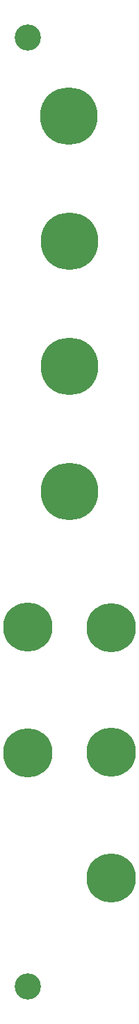
<source format=gbr>
G04 #@! TF.GenerationSoftware,KiCad,Pcbnew,(5.1.9)-1*
G04 #@! TF.CreationDate,2021-04-27T20:32:44-04:00*
G04 #@! TF.ProjectId,4xmixerFace,34786d69-7865-4724-9661-63652e6b6963,rev?*
G04 #@! TF.SameCoordinates,Original*
G04 #@! TF.FileFunction,Soldermask,Top*
G04 #@! TF.FilePolarity,Negative*
%FSLAX46Y46*%
G04 Gerber Fmt 4.6, Leading zero omitted, Abs format (unit mm)*
G04 Created by KiCad (PCBNEW (5.1.9)-1) date 2021-04-27 20:32:44*
%MOMM*%
%LPD*%
G01*
G04 APERTURE LIST*
%ADD10C,3.200000*%
%ADD11C,7.000000*%
%ADD12C,6.000000*%
G04 APERTURE END LIST*
D10*
G04 #@! TO.C,REF\u002A\u002A*
X30480000Y-131445000D03*
G04 #@! TD*
G04 #@! TO.C,REF\u002A\u002A*
X30480000Y-15875000D03*
G04 #@! TD*
D11*
G04 #@! TO.C,REF\u002A\u002A*
X35496500Y-25463500D03*
G04 #@! TD*
G04 #@! TO.C,REF\u002A\u002A*
X35560000Y-40703500D03*
G04 #@! TD*
G04 #@! TO.C,REF\u002A\u002A*
X35560000Y-55943500D03*
G04 #@! TD*
G04 #@! TO.C,REF\u002A\u002A*
X35560000Y-71183500D03*
G04 #@! TD*
D12*
G04 #@! TO.C,REF\u002A\u002A*
X40640000Y-87757000D03*
G04 #@! TD*
G04 #@! TO.C,REF\u002A\u002A*
X30480000Y-87693500D03*
G04 #@! TD*
G04 #@! TO.C,REF\u002A\u002A*
X30480000Y-102997000D03*
G04 #@! TD*
G04 #@! TO.C,REF\u002A\u002A*
X40640000Y-102933500D03*
G04 #@! TD*
G04 #@! TO.C,REF\u002A\u002A*
X40640000Y-118237000D03*
G04 #@! TD*
M02*

</source>
